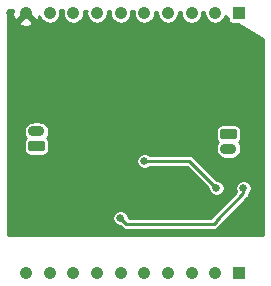
<source format=gbl>
G04 #@! TF.GenerationSoftware,KiCad,Pcbnew,(5.1.5)-3*
G04 #@! TF.CreationDate,2019-12-07T13:31:04+02:00*
G04 #@! TF.ProjectId,template,74656d70-6c61-4746-952e-6b696361645f,A*
G04 #@! TF.SameCoordinates,Original*
G04 #@! TF.FileFunction,Copper,L2,Bot*
G04 #@! TF.FilePolarity,Positive*
%FSLAX46Y46*%
G04 Gerber Fmt 4.6, Leading zero omitted, Abs format (unit mm)*
G04 Created by KiCad (PCBNEW (5.1.5)-3) date 2019-12-07 13:31:04*
%MOMM*%
%LPD*%
G04 APERTURE LIST*
%ADD10C,1.050000*%
%ADD11R,1.050000X1.050000*%
%ADD12C,0.150000*%
%ADD13O,1.400000X0.900000*%
%ADD14C,0.635000*%
%ADD15C,0.254000*%
G04 APERTURE END LIST*
D10*
X130001000Y-86000920D03*
X146001000Y-86000920D03*
D11*
X148001000Y-86000920D03*
D10*
X134001000Y-86000920D03*
X132001000Y-86000920D03*
X144001000Y-86000920D03*
X142001000Y-86000920D03*
X136001000Y-86000920D03*
X138001000Y-86000920D03*
X140001000Y-86000920D03*
X130001000Y-108000920D03*
X146001000Y-108000920D03*
D11*
X148001000Y-108000920D03*
D10*
X134001000Y-108000920D03*
X132001000Y-108000920D03*
X144001000Y-108000920D03*
X142001000Y-108000920D03*
X136001000Y-108000920D03*
X138001000Y-108000920D03*
X140001000Y-108000920D03*
G04 #@! TA.AperFunction,ComponentPad*
D12*
G36*
X131370054Y-96806003D02*
G01*
X131391895Y-96809243D01*
X131413314Y-96814608D01*
X131434104Y-96822047D01*
X131454064Y-96831488D01*
X131473003Y-96842839D01*
X131490738Y-96855993D01*
X131507099Y-96870821D01*
X131521927Y-96887182D01*
X131535081Y-96904917D01*
X131546432Y-96923856D01*
X131555873Y-96943816D01*
X131563312Y-96964606D01*
X131568677Y-96986025D01*
X131571917Y-97007866D01*
X131573000Y-97029920D01*
X131573000Y-97479920D01*
X131571917Y-97501974D01*
X131568677Y-97523815D01*
X131563312Y-97545234D01*
X131555873Y-97566024D01*
X131546432Y-97585984D01*
X131535081Y-97604923D01*
X131521927Y-97622658D01*
X131507099Y-97639019D01*
X131490738Y-97653847D01*
X131473003Y-97667001D01*
X131454064Y-97678352D01*
X131434104Y-97687793D01*
X131413314Y-97695232D01*
X131391895Y-97700597D01*
X131370054Y-97703837D01*
X131348000Y-97704920D01*
X130398000Y-97704920D01*
X130375946Y-97703837D01*
X130354105Y-97700597D01*
X130332686Y-97695232D01*
X130311896Y-97687793D01*
X130291936Y-97678352D01*
X130272997Y-97667001D01*
X130255262Y-97653847D01*
X130238901Y-97639019D01*
X130224073Y-97622658D01*
X130210919Y-97604923D01*
X130199568Y-97585984D01*
X130190127Y-97566024D01*
X130182688Y-97545234D01*
X130177323Y-97523815D01*
X130174083Y-97501974D01*
X130173000Y-97479920D01*
X130173000Y-97029920D01*
X130174083Y-97007866D01*
X130177323Y-96986025D01*
X130182688Y-96964606D01*
X130190127Y-96943816D01*
X130199568Y-96923856D01*
X130210919Y-96904917D01*
X130224073Y-96887182D01*
X130238901Y-96870821D01*
X130255262Y-96855993D01*
X130272997Y-96842839D01*
X130291936Y-96831488D01*
X130311896Y-96822047D01*
X130332686Y-96814608D01*
X130354105Y-96809243D01*
X130375946Y-96806003D01*
X130398000Y-96804920D01*
X131348000Y-96804920D01*
X131370054Y-96806003D01*
G37*
G04 #@! TD.AperFunction*
D13*
X130873000Y-96004920D03*
X147129000Y-97488920D03*
G04 #@! TA.AperFunction,ComponentPad*
D12*
G36*
X147626054Y-95790003D02*
G01*
X147647895Y-95793243D01*
X147669314Y-95798608D01*
X147690104Y-95806047D01*
X147710064Y-95815488D01*
X147729003Y-95826839D01*
X147746738Y-95839993D01*
X147763099Y-95854821D01*
X147777927Y-95871182D01*
X147791081Y-95888917D01*
X147802432Y-95907856D01*
X147811873Y-95927816D01*
X147819312Y-95948606D01*
X147824677Y-95970025D01*
X147827917Y-95991866D01*
X147829000Y-96013920D01*
X147829000Y-96463920D01*
X147827917Y-96485974D01*
X147824677Y-96507815D01*
X147819312Y-96529234D01*
X147811873Y-96550024D01*
X147802432Y-96569984D01*
X147791081Y-96588923D01*
X147777927Y-96606658D01*
X147763099Y-96623019D01*
X147746738Y-96637847D01*
X147729003Y-96651001D01*
X147710064Y-96662352D01*
X147690104Y-96671793D01*
X147669314Y-96679232D01*
X147647895Y-96684597D01*
X147626054Y-96687837D01*
X147604000Y-96688920D01*
X146654000Y-96688920D01*
X146631946Y-96687837D01*
X146610105Y-96684597D01*
X146588686Y-96679232D01*
X146567896Y-96671793D01*
X146547936Y-96662352D01*
X146528997Y-96651001D01*
X146511262Y-96637847D01*
X146494901Y-96623019D01*
X146480073Y-96606658D01*
X146466919Y-96588923D01*
X146455568Y-96569984D01*
X146446127Y-96550024D01*
X146438688Y-96529234D01*
X146433323Y-96507815D01*
X146430083Y-96485974D01*
X146429000Y-96463920D01*
X146429000Y-96013920D01*
X146430083Y-95991866D01*
X146433323Y-95970025D01*
X146438688Y-95948606D01*
X146446127Y-95927816D01*
X146455568Y-95907856D01*
X146466919Y-95888917D01*
X146480073Y-95871182D01*
X146494901Y-95854821D01*
X146511262Y-95839993D01*
X146528997Y-95826839D01*
X146547936Y-95815488D01*
X146567896Y-95806047D01*
X146588686Y-95798608D01*
X146610105Y-95793243D01*
X146631946Y-95790003D01*
X146654000Y-95788920D01*
X147604000Y-95788920D01*
X147626054Y-95790003D01*
G37*
G04 #@! TD.AperFunction*
D14*
X140017000Y-103096920D03*
X141795000Y-103096920D03*
X137985000Y-99032920D03*
X136175000Y-98556920D03*
X128665000Y-86000920D03*
X129095000Y-87602920D03*
X143065000Y-102588920D03*
X136969000Y-98778920D03*
X148399000Y-100810920D03*
X137985000Y-103350954D03*
X146113000Y-100810920D03*
X140017000Y-98524920D03*
D15*
X138193910Y-103559830D02*
X137985000Y-103350920D01*
X137985000Y-103350920D02*
X137985000Y-103350954D01*
X148399000Y-101259932D02*
X148399000Y-100810920D01*
X146099102Y-103559830D02*
X148399000Y-101259932D01*
X138493000Y-103858920D02*
X138239000Y-103604920D01*
X146144192Y-103604920D02*
X145890192Y-103858920D01*
X145890192Y-103858920D02*
X138493000Y-103858920D01*
X143827000Y-98524920D02*
X146113000Y-100810920D01*
X140017000Y-98524920D02*
X143827000Y-98524920D01*
G36*
X128878577Y-85705616D02*
G01*
X128844692Y-85853924D01*
X128838233Y-86082333D01*
X128876458Y-86307613D01*
X128957898Y-86521107D01*
X128988964Y-86579227D01*
X129204924Y-86617391D01*
X129821395Y-86000920D01*
X129807253Y-85986778D01*
X129986858Y-85807173D01*
X130001000Y-85821315D01*
X130015143Y-85807173D01*
X130194748Y-85986778D01*
X130180605Y-86000920D01*
X130797076Y-86617391D01*
X131013036Y-86579227D01*
X131106412Y-86370676D01*
X131130266Y-86266274D01*
X131198113Y-86430072D01*
X131297264Y-86578461D01*
X131423459Y-86704656D01*
X131571848Y-86803807D01*
X131736729Y-86872103D01*
X131911767Y-86906920D01*
X132090233Y-86906920D01*
X132265271Y-86872103D01*
X132430152Y-86803807D01*
X132578541Y-86704656D01*
X132704736Y-86578461D01*
X132803887Y-86430072D01*
X132872183Y-86265191D01*
X132907000Y-86090153D01*
X132907000Y-85911687D01*
X132877213Y-85761935D01*
X133124096Y-85765412D01*
X133095000Y-85911687D01*
X133095000Y-86090153D01*
X133129817Y-86265191D01*
X133198113Y-86430072D01*
X133297264Y-86578461D01*
X133423459Y-86704656D01*
X133571848Y-86803807D01*
X133736729Y-86872103D01*
X133911767Y-86906920D01*
X134090233Y-86906920D01*
X134265271Y-86872103D01*
X134430152Y-86803807D01*
X134578541Y-86704656D01*
X134704736Y-86578461D01*
X134803887Y-86430072D01*
X134872183Y-86265191D01*
X134907000Y-86090153D01*
X134907000Y-85911687D01*
X134882832Y-85790183D01*
X135118508Y-85793503D01*
X135095000Y-85911687D01*
X135095000Y-86090153D01*
X135129817Y-86265191D01*
X135198113Y-86430072D01*
X135297264Y-86578461D01*
X135423459Y-86704656D01*
X135571848Y-86803807D01*
X135736729Y-86872103D01*
X135911767Y-86906920D01*
X136090233Y-86906920D01*
X136265271Y-86872103D01*
X136430152Y-86803807D01*
X136578541Y-86704656D01*
X136704736Y-86578461D01*
X136803887Y-86430072D01*
X136872183Y-86265191D01*
X136907000Y-86090153D01*
X136907000Y-85911687D01*
X136888450Y-85818431D01*
X137112921Y-85821593D01*
X137095000Y-85911687D01*
X137095000Y-86090153D01*
X137129817Y-86265191D01*
X137198113Y-86430072D01*
X137297264Y-86578461D01*
X137423459Y-86704656D01*
X137571848Y-86803807D01*
X137736729Y-86872103D01*
X137911767Y-86906920D01*
X138090233Y-86906920D01*
X138265271Y-86872103D01*
X138430152Y-86803807D01*
X138578541Y-86704656D01*
X138704736Y-86578461D01*
X138803887Y-86430072D01*
X138872183Y-86265191D01*
X138907000Y-86090153D01*
X138907000Y-85911687D01*
X138894069Y-85846680D01*
X139107333Y-85849683D01*
X139095000Y-85911687D01*
X139095000Y-86090153D01*
X139129817Y-86265191D01*
X139198113Y-86430072D01*
X139297264Y-86578461D01*
X139423459Y-86704656D01*
X139571848Y-86803807D01*
X139736729Y-86872103D01*
X139911767Y-86906920D01*
X140090233Y-86906920D01*
X140265271Y-86872103D01*
X140430152Y-86803807D01*
X140578541Y-86704656D01*
X140704736Y-86578461D01*
X140803887Y-86430072D01*
X140872183Y-86265191D01*
X140907000Y-86090153D01*
X140907000Y-85911687D01*
X140899688Y-85874928D01*
X141101746Y-85877774D01*
X141095000Y-85911687D01*
X141095000Y-86090153D01*
X141129817Y-86265191D01*
X141198113Y-86430072D01*
X141297264Y-86578461D01*
X141423459Y-86704656D01*
X141571848Y-86803807D01*
X141736729Y-86872103D01*
X141911767Y-86906920D01*
X142090233Y-86906920D01*
X142265271Y-86872103D01*
X142430152Y-86803807D01*
X142578541Y-86704656D01*
X142704736Y-86578461D01*
X142803887Y-86430072D01*
X142872183Y-86265191D01*
X142907000Y-86090153D01*
X142907000Y-85911687D01*
X142905307Y-85903176D01*
X143096158Y-85905864D01*
X143095000Y-85911687D01*
X143095000Y-86090153D01*
X143129817Y-86265191D01*
X143198113Y-86430072D01*
X143297264Y-86578461D01*
X143423459Y-86704656D01*
X143571848Y-86803807D01*
X143736729Y-86872103D01*
X143911767Y-86906920D01*
X144090233Y-86906920D01*
X144265271Y-86872103D01*
X144430152Y-86803807D01*
X144578541Y-86704656D01*
X144704736Y-86578461D01*
X144803887Y-86430072D01*
X144872183Y-86265191D01*
X144907000Y-86090153D01*
X144907000Y-85931369D01*
X145095000Y-85934017D01*
X145095000Y-86090153D01*
X145129817Y-86265191D01*
X145198113Y-86430072D01*
X145297264Y-86578461D01*
X145423459Y-86704656D01*
X145571848Y-86803807D01*
X145736729Y-86872103D01*
X145911767Y-86906920D01*
X146090233Y-86906920D01*
X146265271Y-86872103D01*
X146430152Y-86803807D01*
X146578541Y-86704656D01*
X146704736Y-86578461D01*
X146803887Y-86430072D01*
X146868552Y-86273957D01*
X147093157Y-86408721D01*
X147093157Y-86525920D01*
X147100513Y-86600609D01*
X147122299Y-86672428D01*
X147157678Y-86738616D01*
X147205289Y-86796631D01*
X147263304Y-86844242D01*
X147329492Y-86879621D01*
X147401311Y-86901407D01*
X147476000Y-86908763D01*
X147926561Y-86908763D01*
X150050000Y-88182827D01*
X150050000Y-104747920D01*
X128460000Y-104747920D01*
X128460000Y-103282158D01*
X137286500Y-103282158D01*
X137286500Y-103419750D01*
X137313343Y-103554699D01*
X137365997Y-103681818D01*
X137442439Y-103796222D01*
X137539732Y-103893515D01*
X137654136Y-103969957D01*
X137781255Y-104022611D01*
X137916204Y-104049454D01*
X137965114Y-104049454D01*
X138116145Y-104200485D01*
X138132052Y-104219868D01*
X138209405Y-104283349D01*
X138297657Y-104330521D01*
X138393415Y-104359569D01*
X138468053Y-104366920D01*
X138468055Y-104366920D01*
X138492999Y-104369377D01*
X138517943Y-104366920D01*
X145865248Y-104366920D01*
X145890192Y-104369377D01*
X145915136Y-104366920D01*
X145915139Y-104366920D01*
X145989777Y-104359569D01*
X146085535Y-104330521D01*
X146173787Y-104283349D01*
X146251140Y-104219868D01*
X146267047Y-104200485D01*
X146521042Y-103946490D01*
X146568621Y-103888515D01*
X146615792Y-103800265D01*
X146632645Y-103744707D01*
X148740571Y-101636782D01*
X148759948Y-101620880D01*
X148778624Y-101598122D01*
X148823429Y-101543528D01*
X148870600Y-101455276D01*
X148870601Y-101455275D01*
X148899649Y-101359517D01*
X148906359Y-101291390D01*
X148941561Y-101256188D01*
X149018003Y-101141784D01*
X149070657Y-101014665D01*
X149097500Y-100879716D01*
X149097500Y-100742124D01*
X149070657Y-100607175D01*
X149018003Y-100480056D01*
X148941561Y-100365652D01*
X148844268Y-100268359D01*
X148729864Y-100191917D01*
X148602745Y-100139263D01*
X148467796Y-100112420D01*
X148330204Y-100112420D01*
X148195255Y-100139263D01*
X148068136Y-100191917D01*
X147953732Y-100268359D01*
X147856439Y-100365652D01*
X147779997Y-100480056D01*
X147727343Y-100607175D01*
X147700500Y-100742124D01*
X147700500Y-100879716D01*
X147727343Y-101014665D01*
X147779997Y-101141784D01*
X147787499Y-101153012D01*
X145722252Y-103218260D01*
X145674673Y-103276235D01*
X145634754Y-103350920D01*
X138703420Y-103350920D01*
X138683500Y-103331000D01*
X138683500Y-103282158D01*
X138656657Y-103147209D01*
X138604003Y-103020090D01*
X138527561Y-102905686D01*
X138430268Y-102808393D01*
X138315864Y-102731951D01*
X138188745Y-102679297D01*
X138053796Y-102652454D01*
X137916204Y-102652454D01*
X137781255Y-102679297D01*
X137654136Y-102731951D01*
X137539732Y-102808393D01*
X137442439Y-102905686D01*
X137365997Y-103020090D01*
X137313343Y-103147209D01*
X137286500Y-103282158D01*
X128460000Y-103282158D01*
X128460000Y-98456124D01*
X139318500Y-98456124D01*
X139318500Y-98593716D01*
X139345343Y-98728665D01*
X139397997Y-98855784D01*
X139474439Y-98970188D01*
X139571732Y-99067481D01*
X139686136Y-99143923D01*
X139813255Y-99196577D01*
X139948204Y-99223420D01*
X140085796Y-99223420D01*
X140220745Y-99196577D01*
X140347864Y-99143923D01*
X140462268Y-99067481D01*
X140496829Y-99032920D01*
X143616580Y-99032920D01*
X145414500Y-100830841D01*
X145414500Y-100879716D01*
X145441343Y-101014665D01*
X145493997Y-101141784D01*
X145570439Y-101256188D01*
X145667732Y-101353481D01*
X145782136Y-101429923D01*
X145909255Y-101482577D01*
X146044204Y-101509420D01*
X146181796Y-101509420D01*
X146316745Y-101482577D01*
X146443864Y-101429923D01*
X146558268Y-101353481D01*
X146655561Y-101256188D01*
X146732003Y-101141784D01*
X146784657Y-101014665D01*
X146811500Y-100879716D01*
X146811500Y-100742124D01*
X146784657Y-100607175D01*
X146732003Y-100480056D01*
X146655561Y-100365652D01*
X146558268Y-100268359D01*
X146443864Y-100191917D01*
X146316745Y-100139263D01*
X146181796Y-100112420D01*
X146132921Y-100112420D01*
X144203855Y-98183355D01*
X144187948Y-98163972D01*
X144110595Y-98100491D01*
X144022343Y-98053319D01*
X143926585Y-98024271D01*
X143851947Y-98016920D01*
X143851944Y-98016920D01*
X143827000Y-98014463D01*
X143802056Y-98016920D01*
X140496829Y-98016920D01*
X140462268Y-97982359D01*
X140347864Y-97905917D01*
X140220745Y-97853263D01*
X140085796Y-97826420D01*
X139948204Y-97826420D01*
X139813255Y-97853263D01*
X139686136Y-97905917D01*
X139571732Y-97982359D01*
X139474439Y-98079652D01*
X139397997Y-98194056D01*
X139345343Y-98321175D01*
X139318500Y-98456124D01*
X128460000Y-98456124D01*
X128460000Y-96004920D01*
X129787980Y-96004920D01*
X129804025Y-96167824D01*
X129851542Y-96324468D01*
X129928706Y-96468832D01*
X130008975Y-96566639D01*
X129968190Y-96600110D01*
X129892597Y-96692221D01*
X129836426Y-96797309D01*
X129801837Y-96911336D01*
X129790157Y-97029920D01*
X129790157Y-97479920D01*
X129801837Y-97598504D01*
X129836426Y-97712531D01*
X129892597Y-97817619D01*
X129968190Y-97909730D01*
X130060301Y-97985323D01*
X130165389Y-98041494D01*
X130279416Y-98076083D01*
X130398000Y-98087763D01*
X131348000Y-98087763D01*
X131466584Y-98076083D01*
X131580611Y-98041494D01*
X131685699Y-97985323D01*
X131777810Y-97909730D01*
X131853403Y-97817619D01*
X131909574Y-97712531D01*
X131944163Y-97598504D01*
X131954956Y-97488920D01*
X146043980Y-97488920D01*
X146060025Y-97651824D01*
X146107542Y-97808468D01*
X146184706Y-97952832D01*
X146288552Y-98079368D01*
X146415088Y-98183214D01*
X146559452Y-98260378D01*
X146716096Y-98307895D01*
X146838185Y-98319920D01*
X147419815Y-98319920D01*
X147541904Y-98307895D01*
X147698548Y-98260378D01*
X147842912Y-98183214D01*
X147969448Y-98079368D01*
X148073294Y-97952832D01*
X148150458Y-97808468D01*
X148197975Y-97651824D01*
X148214020Y-97488920D01*
X148197975Y-97326016D01*
X148150458Y-97169372D01*
X148073294Y-97025008D01*
X147993025Y-96927201D01*
X148033810Y-96893730D01*
X148109403Y-96801619D01*
X148165574Y-96696531D01*
X148200163Y-96582504D01*
X148211843Y-96463920D01*
X148211843Y-96013920D01*
X148200163Y-95895336D01*
X148165574Y-95781309D01*
X148109403Y-95676221D01*
X148033810Y-95584110D01*
X147941699Y-95508517D01*
X147836611Y-95452346D01*
X147722584Y-95417757D01*
X147604000Y-95406077D01*
X146654000Y-95406077D01*
X146535416Y-95417757D01*
X146421389Y-95452346D01*
X146316301Y-95508517D01*
X146224190Y-95584110D01*
X146148597Y-95676221D01*
X146092426Y-95781309D01*
X146057837Y-95895336D01*
X146046157Y-96013920D01*
X146046157Y-96463920D01*
X146057837Y-96582504D01*
X146092426Y-96696531D01*
X146148597Y-96801619D01*
X146224190Y-96893730D01*
X146264975Y-96927201D01*
X146184706Y-97025008D01*
X146107542Y-97169372D01*
X146060025Y-97326016D01*
X146043980Y-97488920D01*
X131954956Y-97488920D01*
X131955843Y-97479920D01*
X131955843Y-97029920D01*
X131944163Y-96911336D01*
X131909574Y-96797309D01*
X131853403Y-96692221D01*
X131777810Y-96600110D01*
X131737025Y-96566639D01*
X131817294Y-96468832D01*
X131894458Y-96324468D01*
X131941975Y-96167824D01*
X131958020Y-96004920D01*
X131941975Y-95842016D01*
X131894458Y-95685372D01*
X131817294Y-95541008D01*
X131713448Y-95414472D01*
X131586912Y-95310626D01*
X131442548Y-95233462D01*
X131285904Y-95185945D01*
X131163815Y-95173920D01*
X130582185Y-95173920D01*
X130460096Y-95185945D01*
X130303452Y-95233462D01*
X130159088Y-95310626D01*
X130032552Y-95414472D01*
X129928706Y-95541008D01*
X129851542Y-95685372D01*
X129804025Y-95842016D01*
X129787980Y-96004920D01*
X128460000Y-96004920D01*
X128460000Y-86796996D01*
X129384529Y-86796996D01*
X129422693Y-87012956D01*
X129631244Y-87106332D01*
X129854004Y-87157228D01*
X130082413Y-87163687D01*
X130307693Y-87125462D01*
X130521187Y-87044022D01*
X130579307Y-87012956D01*
X130617471Y-86796996D01*
X130001000Y-86180525D01*
X129384529Y-86796996D01*
X128460000Y-86796996D01*
X128460000Y-85699721D01*
X128878577Y-85705616D01*
G37*
X128878577Y-85705616D02*
X128844692Y-85853924D01*
X128838233Y-86082333D01*
X128876458Y-86307613D01*
X128957898Y-86521107D01*
X128988964Y-86579227D01*
X129204924Y-86617391D01*
X129821395Y-86000920D01*
X129807253Y-85986778D01*
X129986858Y-85807173D01*
X130001000Y-85821315D01*
X130015143Y-85807173D01*
X130194748Y-85986778D01*
X130180605Y-86000920D01*
X130797076Y-86617391D01*
X131013036Y-86579227D01*
X131106412Y-86370676D01*
X131130266Y-86266274D01*
X131198113Y-86430072D01*
X131297264Y-86578461D01*
X131423459Y-86704656D01*
X131571848Y-86803807D01*
X131736729Y-86872103D01*
X131911767Y-86906920D01*
X132090233Y-86906920D01*
X132265271Y-86872103D01*
X132430152Y-86803807D01*
X132578541Y-86704656D01*
X132704736Y-86578461D01*
X132803887Y-86430072D01*
X132872183Y-86265191D01*
X132907000Y-86090153D01*
X132907000Y-85911687D01*
X132877213Y-85761935D01*
X133124096Y-85765412D01*
X133095000Y-85911687D01*
X133095000Y-86090153D01*
X133129817Y-86265191D01*
X133198113Y-86430072D01*
X133297264Y-86578461D01*
X133423459Y-86704656D01*
X133571848Y-86803807D01*
X133736729Y-86872103D01*
X133911767Y-86906920D01*
X134090233Y-86906920D01*
X134265271Y-86872103D01*
X134430152Y-86803807D01*
X134578541Y-86704656D01*
X134704736Y-86578461D01*
X134803887Y-86430072D01*
X134872183Y-86265191D01*
X134907000Y-86090153D01*
X134907000Y-85911687D01*
X134882832Y-85790183D01*
X135118508Y-85793503D01*
X135095000Y-85911687D01*
X135095000Y-86090153D01*
X135129817Y-86265191D01*
X135198113Y-86430072D01*
X135297264Y-86578461D01*
X135423459Y-86704656D01*
X135571848Y-86803807D01*
X135736729Y-86872103D01*
X135911767Y-86906920D01*
X136090233Y-86906920D01*
X136265271Y-86872103D01*
X136430152Y-86803807D01*
X136578541Y-86704656D01*
X136704736Y-86578461D01*
X136803887Y-86430072D01*
X136872183Y-86265191D01*
X136907000Y-86090153D01*
X136907000Y-85911687D01*
X136888450Y-85818431D01*
X137112921Y-85821593D01*
X137095000Y-85911687D01*
X137095000Y-86090153D01*
X137129817Y-86265191D01*
X137198113Y-86430072D01*
X137297264Y-86578461D01*
X137423459Y-86704656D01*
X137571848Y-86803807D01*
X137736729Y-86872103D01*
X137911767Y-86906920D01*
X138090233Y-86906920D01*
X138265271Y-86872103D01*
X138430152Y-86803807D01*
X138578541Y-86704656D01*
X138704736Y-86578461D01*
X138803887Y-86430072D01*
X138872183Y-86265191D01*
X138907000Y-86090153D01*
X138907000Y-85911687D01*
X138894069Y-85846680D01*
X139107333Y-85849683D01*
X139095000Y-85911687D01*
X139095000Y-86090153D01*
X139129817Y-86265191D01*
X139198113Y-86430072D01*
X139297264Y-86578461D01*
X139423459Y-86704656D01*
X139571848Y-86803807D01*
X139736729Y-86872103D01*
X139911767Y-86906920D01*
X140090233Y-86906920D01*
X140265271Y-86872103D01*
X140430152Y-86803807D01*
X140578541Y-86704656D01*
X140704736Y-86578461D01*
X140803887Y-86430072D01*
X140872183Y-86265191D01*
X140907000Y-86090153D01*
X140907000Y-85911687D01*
X140899688Y-85874928D01*
X141101746Y-85877774D01*
X141095000Y-85911687D01*
X141095000Y-86090153D01*
X141129817Y-86265191D01*
X141198113Y-86430072D01*
X141297264Y-86578461D01*
X141423459Y-86704656D01*
X141571848Y-86803807D01*
X141736729Y-86872103D01*
X141911767Y-86906920D01*
X142090233Y-86906920D01*
X142265271Y-86872103D01*
X142430152Y-86803807D01*
X142578541Y-86704656D01*
X142704736Y-86578461D01*
X142803887Y-86430072D01*
X142872183Y-86265191D01*
X142907000Y-86090153D01*
X142907000Y-85911687D01*
X142905307Y-85903176D01*
X143096158Y-85905864D01*
X143095000Y-85911687D01*
X143095000Y-86090153D01*
X143129817Y-86265191D01*
X143198113Y-86430072D01*
X143297264Y-86578461D01*
X143423459Y-86704656D01*
X143571848Y-86803807D01*
X143736729Y-86872103D01*
X143911767Y-86906920D01*
X144090233Y-86906920D01*
X144265271Y-86872103D01*
X144430152Y-86803807D01*
X144578541Y-86704656D01*
X144704736Y-86578461D01*
X144803887Y-86430072D01*
X144872183Y-86265191D01*
X144907000Y-86090153D01*
X144907000Y-85931369D01*
X145095000Y-85934017D01*
X145095000Y-86090153D01*
X145129817Y-86265191D01*
X145198113Y-86430072D01*
X145297264Y-86578461D01*
X145423459Y-86704656D01*
X145571848Y-86803807D01*
X145736729Y-86872103D01*
X145911767Y-86906920D01*
X146090233Y-86906920D01*
X146265271Y-86872103D01*
X146430152Y-86803807D01*
X146578541Y-86704656D01*
X146704736Y-86578461D01*
X146803887Y-86430072D01*
X146868552Y-86273957D01*
X147093157Y-86408721D01*
X147093157Y-86525920D01*
X147100513Y-86600609D01*
X147122299Y-86672428D01*
X147157678Y-86738616D01*
X147205289Y-86796631D01*
X147263304Y-86844242D01*
X147329492Y-86879621D01*
X147401311Y-86901407D01*
X147476000Y-86908763D01*
X147926561Y-86908763D01*
X150050000Y-88182827D01*
X150050000Y-104747920D01*
X128460000Y-104747920D01*
X128460000Y-103282158D01*
X137286500Y-103282158D01*
X137286500Y-103419750D01*
X137313343Y-103554699D01*
X137365997Y-103681818D01*
X137442439Y-103796222D01*
X137539732Y-103893515D01*
X137654136Y-103969957D01*
X137781255Y-104022611D01*
X137916204Y-104049454D01*
X137965114Y-104049454D01*
X138116145Y-104200485D01*
X138132052Y-104219868D01*
X138209405Y-104283349D01*
X138297657Y-104330521D01*
X138393415Y-104359569D01*
X138468053Y-104366920D01*
X138468055Y-104366920D01*
X138492999Y-104369377D01*
X138517943Y-104366920D01*
X145865248Y-104366920D01*
X145890192Y-104369377D01*
X145915136Y-104366920D01*
X145915139Y-104366920D01*
X145989777Y-104359569D01*
X146085535Y-104330521D01*
X146173787Y-104283349D01*
X146251140Y-104219868D01*
X146267047Y-104200485D01*
X146521042Y-103946490D01*
X146568621Y-103888515D01*
X146615792Y-103800265D01*
X146632645Y-103744707D01*
X148740571Y-101636782D01*
X148759948Y-101620880D01*
X148778624Y-101598122D01*
X148823429Y-101543528D01*
X148870600Y-101455276D01*
X148870601Y-101455275D01*
X148899649Y-101359517D01*
X148906359Y-101291390D01*
X148941561Y-101256188D01*
X149018003Y-101141784D01*
X149070657Y-101014665D01*
X149097500Y-100879716D01*
X149097500Y-100742124D01*
X149070657Y-100607175D01*
X149018003Y-100480056D01*
X148941561Y-100365652D01*
X148844268Y-100268359D01*
X148729864Y-100191917D01*
X148602745Y-100139263D01*
X148467796Y-100112420D01*
X148330204Y-100112420D01*
X148195255Y-100139263D01*
X148068136Y-100191917D01*
X147953732Y-100268359D01*
X147856439Y-100365652D01*
X147779997Y-100480056D01*
X147727343Y-100607175D01*
X147700500Y-100742124D01*
X147700500Y-100879716D01*
X147727343Y-101014665D01*
X147779997Y-101141784D01*
X147787499Y-101153012D01*
X145722252Y-103218260D01*
X145674673Y-103276235D01*
X145634754Y-103350920D01*
X138703420Y-103350920D01*
X138683500Y-103331000D01*
X138683500Y-103282158D01*
X138656657Y-103147209D01*
X138604003Y-103020090D01*
X138527561Y-102905686D01*
X138430268Y-102808393D01*
X138315864Y-102731951D01*
X138188745Y-102679297D01*
X138053796Y-102652454D01*
X137916204Y-102652454D01*
X137781255Y-102679297D01*
X137654136Y-102731951D01*
X137539732Y-102808393D01*
X137442439Y-102905686D01*
X137365997Y-103020090D01*
X137313343Y-103147209D01*
X137286500Y-103282158D01*
X128460000Y-103282158D01*
X128460000Y-98456124D01*
X139318500Y-98456124D01*
X139318500Y-98593716D01*
X139345343Y-98728665D01*
X139397997Y-98855784D01*
X139474439Y-98970188D01*
X139571732Y-99067481D01*
X139686136Y-99143923D01*
X139813255Y-99196577D01*
X139948204Y-99223420D01*
X140085796Y-99223420D01*
X140220745Y-99196577D01*
X140347864Y-99143923D01*
X140462268Y-99067481D01*
X140496829Y-99032920D01*
X143616580Y-99032920D01*
X145414500Y-100830841D01*
X145414500Y-100879716D01*
X145441343Y-101014665D01*
X145493997Y-101141784D01*
X145570439Y-101256188D01*
X145667732Y-101353481D01*
X145782136Y-101429923D01*
X145909255Y-101482577D01*
X146044204Y-101509420D01*
X146181796Y-101509420D01*
X146316745Y-101482577D01*
X146443864Y-101429923D01*
X146558268Y-101353481D01*
X146655561Y-101256188D01*
X146732003Y-101141784D01*
X146784657Y-101014665D01*
X146811500Y-100879716D01*
X146811500Y-100742124D01*
X146784657Y-100607175D01*
X146732003Y-100480056D01*
X146655561Y-100365652D01*
X146558268Y-100268359D01*
X146443864Y-100191917D01*
X146316745Y-100139263D01*
X146181796Y-100112420D01*
X146132921Y-100112420D01*
X144203855Y-98183355D01*
X144187948Y-98163972D01*
X144110595Y-98100491D01*
X144022343Y-98053319D01*
X143926585Y-98024271D01*
X143851947Y-98016920D01*
X143851944Y-98016920D01*
X143827000Y-98014463D01*
X143802056Y-98016920D01*
X140496829Y-98016920D01*
X140462268Y-97982359D01*
X140347864Y-97905917D01*
X140220745Y-97853263D01*
X140085796Y-97826420D01*
X139948204Y-97826420D01*
X139813255Y-97853263D01*
X139686136Y-97905917D01*
X139571732Y-97982359D01*
X139474439Y-98079652D01*
X139397997Y-98194056D01*
X139345343Y-98321175D01*
X139318500Y-98456124D01*
X128460000Y-98456124D01*
X128460000Y-96004920D01*
X129787980Y-96004920D01*
X129804025Y-96167824D01*
X129851542Y-96324468D01*
X129928706Y-96468832D01*
X130008975Y-96566639D01*
X129968190Y-96600110D01*
X129892597Y-96692221D01*
X129836426Y-96797309D01*
X129801837Y-96911336D01*
X129790157Y-97029920D01*
X129790157Y-97479920D01*
X129801837Y-97598504D01*
X129836426Y-97712531D01*
X129892597Y-97817619D01*
X129968190Y-97909730D01*
X130060301Y-97985323D01*
X130165389Y-98041494D01*
X130279416Y-98076083D01*
X130398000Y-98087763D01*
X131348000Y-98087763D01*
X131466584Y-98076083D01*
X131580611Y-98041494D01*
X131685699Y-97985323D01*
X131777810Y-97909730D01*
X131853403Y-97817619D01*
X131909574Y-97712531D01*
X131944163Y-97598504D01*
X131954956Y-97488920D01*
X146043980Y-97488920D01*
X146060025Y-97651824D01*
X146107542Y-97808468D01*
X146184706Y-97952832D01*
X146288552Y-98079368D01*
X146415088Y-98183214D01*
X146559452Y-98260378D01*
X146716096Y-98307895D01*
X146838185Y-98319920D01*
X147419815Y-98319920D01*
X147541904Y-98307895D01*
X147698548Y-98260378D01*
X147842912Y-98183214D01*
X147969448Y-98079368D01*
X148073294Y-97952832D01*
X148150458Y-97808468D01*
X148197975Y-97651824D01*
X148214020Y-97488920D01*
X148197975Y-97326016D01*
X148150458Y-97169372D01*
X148073294Y-97025008D01*
X147993025Y-96927201D01*
X148033810Y-96893730D01*
X148109403Y-96801619D01*
X148165574Y-96696531D01*
X148200163Y-96582504D01*
X148211843Y-96463920D01*
X148211843Y-96013920D01*
X148200163Y-95895336D01*
X148165574Y-95781309D01*
X148109403Y-95676221D01*
X148033810Y-95584110D01*
X147941699Y-95508517D01*
X147836611Y-95452346D01*
X147722584Y-95417757D01*
X147604000Y-95406077D01*
X146654000Y-95406077D01*
X146535416Y-95417757D01*
X146421389Y-95452346D01*
X146316301Y-95508517D01*
X146224190Y-95584110D01*
X146148597Y-95676221D01*
X146092426Y-95781309D01*
X146057837Y-95895336D01*
X146046157Y-96013920D01*
X146046157Y-96463920D01*
X146057837Y-96582504D01*
X146092426Y-96696531D01*
X146148597Y-96801619D01*
X146224190Y-96893730D01*
X146264975Y-96927201D01*
X146184706Y-97025008D01*
X146107542Y-97169372D01*
X146060025Y-97326016D01*
X146043980Y-97488920D01*
X131954956Y-97488920D01*
X131955843Y-97479920D01*
X131955843Y-97029920D01*
X131944163Y-96911336D01*
X131909574Y-96797309D01*
X131853403Y-96692221D01*
X131777810Y-96600110D01*
X131737025Y-96566639D01*
X131817294Y-96468832D01*
X131894458Y-96324468D01*
X131941975Y-96167824D01*
X131958020Y-96004920D01*
X131941975Y-95842016D01*
X131894458Y-95685372D01*
X131817294Y-95541008D01*
X131713448Y-95414472D01*
X131586912Y-95310626D01*
X131442548Y-95233462D01*
X131285904Y-95185945D01*
X131163815Y-95173920D01*
X130582185Y-95173920D01*
X130460096Y-95185945D01*
X130303452Y-95233462D01*
X130159088Y-95310626D01*
X130032552Y-95414472D01*
X129928706Y-95541008D01*
X129851542Y-95685372D01*
X129804025Y-95842016D01*
X129787980Y-96004920D01*
X128460000Y-96004920D01*
X128460000Y-86796996D01*
X129384529Y-86796996D01*
X129422693Y-87012956D01*
X129631244Y-87106332D01*
X129854004Y-87157228D01*
X130082413Y-87163687D01*
X130307693Y-87125462D01*
X130521187Y-87044022D01*
X130579307Y-87012956D01*
X130617471Y-86796996D01*
X130001000Y-86180525D01*
X129384529Y-86796996D01*
X128460000Y-86796996D01*
X128460000Y-85699721D01*
X128878577Y-85705616D01*
M02*

</source>
